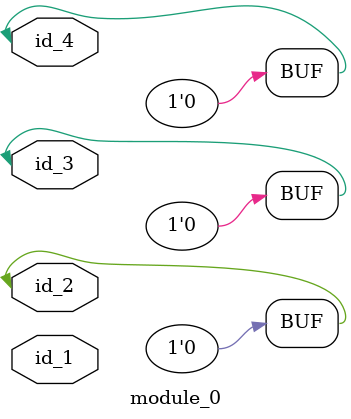
<source format=v>
`define pp_4 0
module module_0 (
    id_1,
    id_2,
    id_3,
    id_4
);
  input id_4;
  inout id_3;
  input id_2;
  input id_1;
  supply0 id_4;
  assign id_4[1'b0] = 1;
  assign id_4 = id_4[1];
  assign id_4 = id_2;
  assign id_4 = id_3;
  assign id_3 = id_2;
endmodule

</source>
